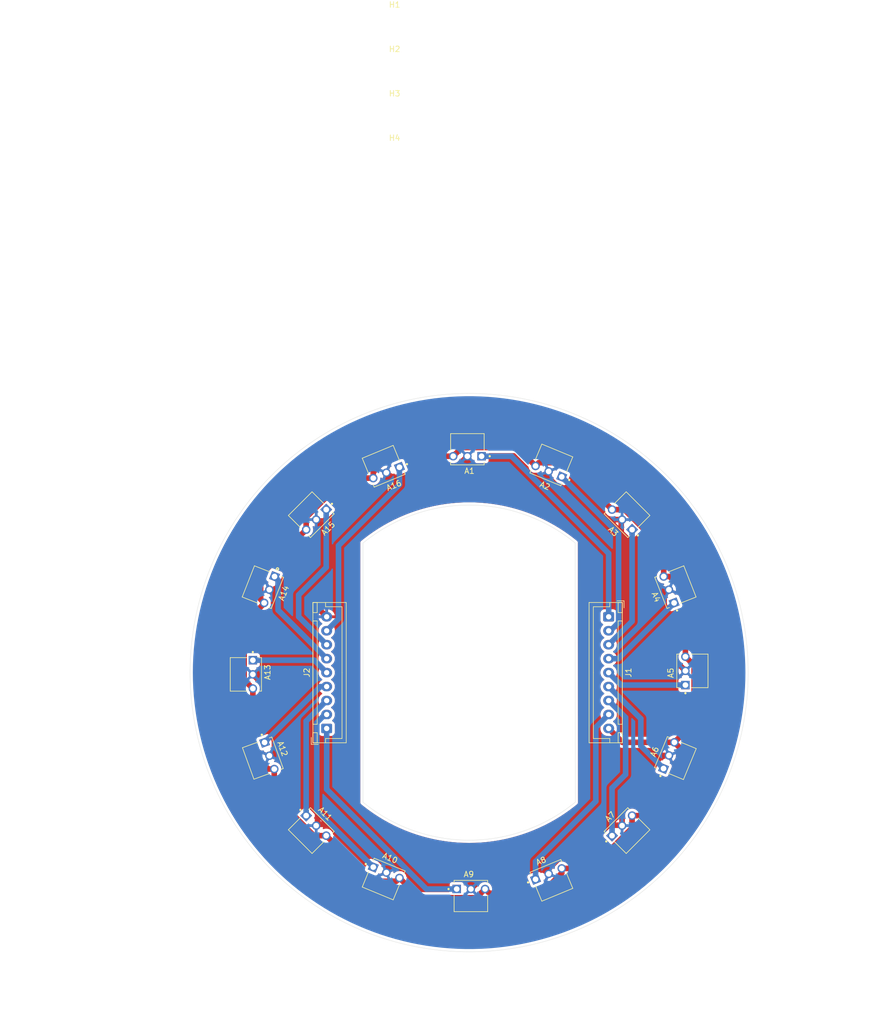
<source format=kicad_pcb>
(kicad_pcb (version 20240108) (generator "pcbnew") (generator_version "8.0")
  (layers (0 "F.Cu" signal) (31 "B.Cu" signal) (34 "B.Paste" user) (35 "F.Paste" user) (36 "B.SilkS" user "B.Silkscreen") (37 "F.SilkS" user "F.Silkscreen") (38 "B.Mask" user) (39 "F.Mask" user) (44 "Edge.Cuts" user))
  (net 0 "")
  (net 1 "Net-(A1-OUT)")
  (net 2 "GND")
  (net 3 "+5V")
  (net 4 "Net-(A2-OUT)")
  (net 5 "Net-(A3-OUT)")
  (net 6 "Net-(A4-OUT)")
  (net 7 "Net-(A5-OUT)")
  (net 8 "Net-(A8-OUT)")
  (net 9 "Net-(A7-OUT)")
  (net 10 "Net-(A6-OUT)")
  (net 11 "Net-(A11-OUT)")
  (net 12 "Net-(A10-OUT)")
  (net 13 "Net-(A12-OUT)")
  (net 14 "Net-(A15-OUT)")
  (net 15 "Net-(A13-OUT)")
  (net 16 "Net-(A9-OUT)")
  (net 17 "Net-(A16-OUT)")
  (net 18 "Net-(A14-OUT)")
  (footprint "BALLSensor:TSSP4038" (layer "F.Cu") (at 195.171017 185.800332 -22.5)
    (property "Reference" "A10" (at -0.374 -2.635 157.5) (layer "F.SilkS"))
    (property "Value" "TSSP4038")
    (fp_line (start -2.999999 4.05) (end -3 1.08) (stroke (width 0.127)) (layer "F.SilkS"))
    (fp_line (start -2.999999 -1.08) (end -3 -1.550001) (stroke (width 0.127)) (layer "F.SilkS"))
    (fp_line (start -3 -1.550001) (end 3 -1.55) (stroke (width 0.127)) (layer "F.SilkS"))
    (fp_line (start 3 4.05) (end -2.999999 4.05) (stroke (width 0.127)) (layer "F.SilkS"))
    (fp_line (start 3 4.05) (end 2.999999 1.08) (stroke (width 0.127)) (layer "F.SilkS"))
    (fp_line (start 3 -1.55) (end 3 -1.08) (stroke (width 0.127)) (layer "F.SilkS"))
    (fp_circle (center -4 0) (end -3.9 0) (stroke (width 0.2)) (fill none) (layer "F.SilkS"))
    (pad "1" thru_hole rect (at -2.54 0 337.5) (size 1.518 1.518) (drill 1.01) (layers "*.Cu" "*.Mask") (net 12 "Net-(A10-OUT)"))
    (pad "2" thru_hole circle (at 0 0 337.5) (size 1.518 1.518) (drill 1.01) (layers "*.Cu" "*.Mask") (net 2 "GND"))
    (pad "3" thru_hole circle (at 2.54 0 337.5) (size 1.518 1.518) (drill 1.01) (layers "*.Cu" "*.Mask") (net 3 "+5V"))
  )
  (footprint "MountingHole:MountingHole_3.2mm_M3" (layer "F.Cu") (at 196.65 58.45)
    (property "Reference" "H4" (at 0 -4.2 0) (layer "F.SilkS"))
    (property "Value" "MountingHole")
    (pad "" np_thru_hole circle (at 0 0) (size 3.2 3.2) (drill 3.2) (layers "*.Cu" "*.Mask"))
  )
  (footprint "BALLSensor:TSSP4038" (layer "F.Cu") (at 182.599613 177.400388 -45)
    (property "Reference" "A11" (at -0.374 -2.634999 135) (layer "F.SilkS"))
    (property "Value" "TSSP4038")
    (fp_line (start -3 4.05) (end -3 1.08) (stroke (width 0.127)) (layer "F.SilkS"))
    (fp_line (start -3 -1.08) (end -3 -1.55) (stroke (width 0.127)) (layer "F.SilkS"))
    (fp_line (start -3 -1.55) (end 3 -1.55) (stroke (width 0.127)) (layer "F.SilkS"))
    (fp_line (start 3 4.05) (end -3 4.05) (stroke (width 0.127)) (layer "F.SilkS"))
    (fp_line (start 3 4.05) (end 3 1.08) (stroke (width 0.127)) (layer "F.SilkS"))
    (fp_line (start 3 -1.55) (end 3 -1.08) (stroke (width 0.127)) (layer "F.SilkS"))
    (fp_circle (center -4 0) (end -3.899999 0) (stroke (width 0.2)) (fill none) (layer "F.SilkS"))
    (pad "1" thru_hole rect (at -2.54 0 315) (size 1.518 1.518) (drill 1.01) (layers "*.Cu" "*.Mask") (net 11 "Net-(A11-OUT)"))
    (pad "2" thru_hole circle (at 0 0 315) (size 1.518 1.518) (drill 1.01) (layers "*.Cu" "*.Mask") (net 2 "GND"))
    (pad "3" thru_hole circle (at 2.54 0 315) (size 1.518 1.518) (drill 1.01) (layers "*.Cu" "*.Mask") (net 3 "+5V"))
  )
  (footprint "BALLSensor:TSSP4038" (layer "F.Cu") (at 195.171017 114.199668 -157.5)
    (property "Reference" "A16" (at -0.374 -2.635 22.5) (layer "F.SilkS"))
    (property "Value" "TSSP4038")
    (fp_line (start 2.999999 4.05) (end 3 1.08) (stroke (width 0.127)) (layer "F.SilkS"))
    (fp_line (start 2.999999 4.05) (end -3 4.05) (stroke (width 0.127)) (layer "F.SilkS"))
    (fp_line (start 3 -1.550001) (end 2.999999 -1.08) (stroke (width 0.127)) (layer "F.SilkS"))
    (fp_line (start -3 4.05) (end -2.999999 1.08) (stroke (width 0.127)) (layer "F.SilkS"))
    (fp_line (start -3 -1.08) (end -3 -1.55) (stroke (width 0.127)) (layer "F.SilkS"))
    (fp_line (start -3 -1.55) (end 3 -1.550001) (stroke (width 0.127)) (layer "F.SilkS"))
    (fp_circle (center -4 0) (end -3.9 0) (stroke (width 0.2)) (fill none) (layer "F.SilkS"))
    (pad "1" thru_hole rect (at -2.54 0 202.5) (size 1.518 1.518) (drill 1.01) (layers "*.Cu" "*.Mask") (net 17 "Net-(A16-OUT)"))
    (pad "2" thru_hole circle (at 0 0 202.5) (size 1.518 1.518) (drill 1.01) (layers "*.Cu" "*.Mask") (net 2 "GND"))
    (pad "3" thru_hole circle (at 2.54 0 202.5) (size 1.518 1.518) (drill 1.01) (layers "*.Cu" "*.Mask") (net 3 "+5V"))
  )
  (footprint "MountingHole:MountingHole_3.2mm_M3" (layer "F.Cu") (at 196.65 42.55)
    (property "Reference" "H2" (at 0 -4.2 0) (layer "F.SilkS"))
    (property "Value" "MountingHole")
    (pad "" np_thru_hole circle (at 0 0) (size 3.2 3.2) (drill 3.2) (layers "*.Cu" "*.Mask"))
  )
  (footprint "BALLSensor:TSSP4038" (layer "F.Cu") (at 237.400388 177.400388 45)
    (property "Reference" "A7" (at -0.374 -2.634999 45) (layer "F.SilkS"))
    (property "Value" "TSSP4038")
    (fp_line (start -3 -1.55) (end 3 -1.55) (stroke (width 0.127)) (layer "F.SilkS"))
    (fp_line (start -3 -1.08) (end -3 -1.55) (stroke (width 0.127)) (layer "F.SilkS"))
    (fp_line (start -3 4.05) (end -3 1.08) (stroke (width 0.127)) (layer "F.SilkS"))
    (fp_line (start 3 -1.55) (end 3 -1.08) (stroke (width 0.127)) (layer "F.SilkS"))
    (fp_line (start 3 4.05) (end -3 4.05) (stroke (width 0.127)) (layer "F.SilkS"))
    (fp_line (start 3 4.05) (end 3 1.08) (stroke (width 0.127)) (layer "F.SilkS"))
    (fp_circle (center -4 0) (end -3.899999 0) (stroke (width 0.2)) (fill none) (layer "F.SilkS"))
    (pad "1" thru_hole rect (at -2.54 0 45) (size 1.518 1.518) (drill 1.01) (layers "*.Cu" "*.Mask") (net 9 "Net-(A7-OUT)"))
    (pad "2" thru_hole circle (at 0 0 45) (size 1.518 1.518) (drill 1.01) (layers "*.Cu" "*.Mask") (net 2 "GND"))
    (pad "3" thru_hole circle (at 2.54 0 45) (size 1.518 1.518) (drill 1.01) (layers "*.Cu" "*.Mask") (net 3 "+5V"))
  )
  (footprint "BALLSensor:TSSP4038" (layer "F.Cu") (at 237.400388 122.599613 135)
    (property "Reference" "A3" (at -0.374 -2.634999 135) (layer "F.SilkS"))
    (property "Value" "TSSP4038")
    (fp_line (start 3 -1.55) (end 3 -1.08) (stroke (width 0.127)) (layer "F.SilkS"))
    (fp_line (start 3 4.05) (end 3 1.08) (stroke (width 0.127)) (layer "F.SilkS"))
    (fp_line (start 3 4.05) (end -3 4.05) (stroke (width 0.127)) (layer "F.SilkS"))
    (fp_line (start -3 -1.55) (end 3 -1.55) (stroke (width 0.127)) (layer "F.SilkS"))
    (fp_line (start -3 -1.08) (end -3 -1.55) (stroke (width 0.127)) (layer "F.SilkS"))
    (fp_line (start -3 4.05) (end -3 1.08) (stroke (width 0.127)) (layer "F.SilkS"))
    (fp_circle (center -4 0) (end -3.899999 0) (stroke (width 0.2)) (fill none) (layer "F.SilkS"))
    (pad "1" thru_hole rect (at -2.54 0 135) (size 1.518 1.518) (drill 1.01) (layers "*.Cu" "*.Mask") (net 5 "Net-(A3-OUT)"))
    (pad "2" thru_hole circle (at 0 0 135) (size 1.518 1.518) (drill 1.01) (layers "*.Cu" "*.Mask") (net 2 "GND"))
    (pad "3" thru_hole circle (at 2.54 0 135) (size 1.518 1.518) (drill 1.01) (layers "*.Cu" "*.Mask") (net 3 "+5V"))
  )
  (footprint "BALLSensor:TSSP4038" (layer "F.Cu") (at 174.219435 164.879812 -70)
    (property "Reference" "A12" (at -0.374 -2.635 110) (layer "F.SilkS"))
    (property "Value" "TSSP4038")
    (fp_line (start -3 4.050001) (end -3 1.08) (stroke (width 0.127)) (layer "F.SilkS"))
    (fp_line (start 2.999999 4.05) (end -3 4.050001) (stroke (width 0.127)) (layer "F.SilkS"))
    (fp_line (start 2.999999 4.05) (end 3 1.080001) (stroke (width 0.127)) (layer "F.SilkS"))
    (fp_line (start -3 -1.080001) (end -3 -1.55) (stroke (width 0.127)) (layer "F.SilkS"))
    (fp_line (start -3 -1.55) (end 3 -1.55) (stroke (width 0.127)) (layer "F.SilkS"))
    (fp_line (start 3 -1.55) (end 3 -1.08) (stroke (width 0.127)) (layer "F.SilkS"))
    (fp_circle (center -4 0.000002) (end -3.9 0) (stroke (width 0.2)) (fill none) (layer "F.SilkS"))
    (pad "1" thru_hole rect (at -2.54 0 290) (size 1.518 1.518) (drill 1.01) (layers "*.Cu" "*.Mask") (net 13 "Net-(A12-OUT)"))
    (pad "2" thru_hole circle (at 0 0 290) (size 1.518 1.518) (drill 1.01) (layers "*.Cu" "*.Mask") (net 2 "GND"))
    (pad "3" thru_hole circle (at 2.54 0 290) (size 1.518 1.518) (drill 1.01) (layers "*.Cu" "*.Mask") (net 3 "+5V"))
  )
  (footprint "BALLSensor:TSSP4038" (layer "F.Cu") (at 210.313 188.75)
    (property "Reference" "A9" (at -0.374 -2.635 0) (layer "F.SilkS"))
    (property "Value" "TSSP4038")
    (fp_line (start -3 -1.55) (end 3 -1.55) (stroke (width 0.127)) (layer "F.SilkS"))
    (fp_line (start -3 -1.08) (end -3 -1.55) (stroke (width 0.127)) (layer "F.SilkS"))
    (fp_line (start -3 4.05) (end -3 1.08) (stroke (width 0.127)) (layer "F.SilkS"))
    (fp_line (start 3 -1.55) (end 3 -1.08) (stroke (width 0.127)) (layer "F.SilkS"))
    (fp_line (start 3 4.05) (end -3 4.05) (stroke (width 0.127)) (layer "F.SilkS"))
    (fp_line (start 3 4.05) (end 3 1.08) (stroke (width 0.127)) (layer "F.SilkS"))
    (fp_circle (center -4 0) (end -3.9 0) (stroke (width 0.2)) (fill none) (layer "F.SilkS"))
    (pad "1" thru_hole rect (at -2.54 0) (size 1.518 1.518) (drill 1.01) (layers "*.Cu" "*.Mask") (net 16 "Net-(A9-OUT)"))
    (pad "2" thru_hole circle (at 0 0) (size 1.518 1.518) (drill 1.01) (layers "*.Cu" "*.Mask") (net 2 "GND"))
    (pad "3" thru_hole circle (at 2.54 0) (size 1.518 1.518) (drill 1.01) (layers "*.Cu" "*.Mask") (net 3 "+5V"))
  )
  (footprint "BALLSensor:TSSP4038" (layer "F.Cu") (at 245.79216 135.15079 111.5)
    (property "Reference" "A4" (at -0.374 -2.635 111.5) (layer "F.SilkS"))
    (property "Value" "TSSP4038")
    (fp_line (start 3 -1.55) (end 2.999998 -1.08) (stroke (width 0.127)) (layer "F.SilkS"))
    (fp_line (start -3 -1.550001) (end 3 -1.55) (stroke (width 0.127)) (layer "F.SilkS"))
    (fp_line (start -3 -1.080001) (end -3 -1.550001) (stroke (width 0.127)) (layer "F.SilkS"))
    (fp_line (start 2.999999 4.05) (end 3 1.080001) (stroke (width 0.127)) (layer "F.SilkS"))
    (fp_line (start 2.999999 4.05) (end -3 4.049999) (stroke (width 0.127)) (layer "F.SilkS"))
    (fp_line (start -3 4.049999) (end -2.999998 1.08) (stroke (width 0.127)) (layer "F.SilkS"))
    (fp_circle (center -4 0) (end -3.9 -0.000001) (stroke (width 0.2)) (fill none) (layer "F.SilkS"))
    (pad "1" thru_hole rect (at -2.54 0 111.5) (size 1.518 1.518) (drill 1.01) (layers "*.Cu" "*.Mask") (net 6 "Net-(A4-OUT)"))
    (pad "2" thru_hole circle (at 0 0 111.5) (size 1.518 1.518) (drill 1.01) (layers "*.Cu" "*.Mask") (net 2 "GND"))
    (pad "3" thru_hole circle (at 2.54 0 111.5) (size 1.518 1.518) (drill 1.01) (layers "*.Cu" "*.Mask") (net 3 "+5V"))
  )
  (footprint "MountingHole:MountingHole_3.2mm_M3" (layer "F.Cu") (at 196.65 50.5)
    (property "Reference" "H3" (at 0 -4.2 0) (layer "F.SilkS"))
    (property "Value" "MountingHole")
    (pad "" np_thru_hole circle (at 0 0) (size 3.2 3.2) (drill 3.2) (layers "*.Cu" "*.Mask"))
  )
  (footprint "BALLSensor:TSSP4038" (layer "F.Cu") (at 209.687 111.25 180)
    (property "Reference" "A1" (at -0.374 -2.635 0) (layer "F.SilkS"))
    (property "Value" "TSSP4038")
    (fp_line (start 3 4.05) (end 3 1.08) (stroke (width 0.127)) (layer "F.SilkS"))
    (fp_line (start 3 4.05) (end -3 4.05) (stroke (width 0.127)) (layer "F.SilkS"))
    (fp_line (start 3 -1.55) (end 3 -1.08) (stroke (width 0.127)) (layer "F.SilkS"))
    (fp_line (start -3 4.05) (end -3 1.08) (stroke (width 0.127)) (layer "F.SilkS"))
    (fp_line (start -3 -1.08) (end -3 -1.55) (stroke (width 0.127)) (layer "F.SilkS"))
    (fp_line (start -3 -1.55) (end 3 -1.55) (stroke (width 0.127)) (layer "F.SilkS"))
    (fp_circle (center -4 0) (end -3.9 0) (stroke (width 0.2)) (fill none) (layer "F.SilkS"))
    (pad "1" thru_hole rect (at -2.54 0 180) (size 1.518 1.518) (drill 1.01) (layers "*.Cu" "*.Mask") (net 1 "Net-(A1-OUT)"))
    (pad "2" thru_hole circle (at 0 0 180) (size 1.518 1.518) (drill 1.01) (layers "*.Cu" "*.Mask") (net 2 "GND"))
    (pad "3" thru_hole circle (at 2.54 0 180) (size 1.518 1.518) (drill 1.01) (layers "*.Cu" "*.Mask") (net 3 "+5V"))
  )
  (footprint "Connector_JST:JST_XH_B9B-XH-A_1x09_P2.50mm_Vertical" (layer "F.Cu") (at 235 140 -90)
    (property "Reference" "J1" (at 10 -3.55 90) (layer "F.SilkS"))
    (property "Value" "Conn_01x09_Socket")
    (fp_line (start -2.56 3.51) (end 22.56 3.51) (stroke (width 0.12)) (layer "F.SilkS"))
    (fp_line (start 22.56 3.51) (end 22.56 -2.46) (stroke (width 0.12)) (layer "F.SilkS"))
    (fp_line (start -1.8 2.75) (end 10 2.75) (stroke (width 0.12)) (layer "F.SilkS"))
    (fp_line (start 21.8 2.75) (end 10 2.75) (stroke (width 0.12)) (layer "F.SilkS"))
    (fp_line (start -2.55 -0.2) (end -1.8 -0.2) (stroke (width 0.12)) (layer "F.SilkS"))
    (fp_line (start -1.8 -0.2) (end -1.8 2.75) (stroke (width 0.12)) (layer "F.SilkS"))
    (fp_line (start 21.8 -0.2) (end 21.8 2.75) (stroke (width 0.12)) (layer "F.SilkS"))
    (fp_line (start 22.55 -0.2) (end 21.8 -0.2) (stroke (width 0.12)) (layer "F.SilkS"))
    (fp_line (start -2.55 -1.7) (end -0.75 -1.7) (stroke (width 0.12)) (layer "F.SilkS"))
    (fp_line (start -0.75 -1.7) (end -0.75 -2.45) (stroke (width 0.12)) (layer "F.SilkS"))
    (fp_line (start 0.75 -1.7) (end 19.25 -1.7) (stroke (width 0.12)) (layer "F.SilkS"))
    (fp_line (start 19.25 -1.7) (end 19.25 -2.45) (stroke (width 0.12)) (layer "F.SilkS"))
    (fp_line (start 20.75 -1.7) (end 22.55 -1.7) (stroke (width 0.12)) (layer "F.SilkS"))
    (fp_line (start 22.55 -1.7) (end 22.55 -2.45) (stroke (width 0.12)) (layer "F.SilkS"))
    (fp_line (start -2.55 -2.45) (end -2.55 -1.7) (stroke (width 0.12)) (layer "F.SilkS"))
    (fp_line (start -0.75 -2.45) (end -2.55 -2.45) (stroke (width 0.12)) (layer "F.SilkS"))
    (fp_line (start 0.75 -2.45) (end 0.75 -1.7) (stroke (width 0.12)) (layer "F.SilkS"))
    (fp_line (start 19.25 -2.45) (end 0.75 -2.45) (stroke (width 0.12)) (layer "F.SilkS"))
    (fp_line (start 20.75 -2.45) (end 20.75 -1.7) (stroke (width 0.12)) (layer "F.SilkS"))
    (fp_line (start 22.55 -2.45) (end 20.75 -2.45) (stroke (width 0.12)) (layer "F.SilkS"))
    (fp_line (start -2.56 -2.46) (end -2.56 3.51) (stroke (width 0.12)) (layer "F.SilkS"))
    (fp_line (start 22.56 -2.46) (end -2.56 -2.46) (stroke (width 0.12)) (layer "F.SilkS"))
    (fp_line (start -2.85 -2.75) (end -2.85 -1.5) (stroke (width 0.12)) (layer "F.SilkS"))
    (fp_line (start -1.6 -2.75) (end -2.85 -2.75) (stroke (width 0.12)) (layer "F.SilkS"))
    (pad "1" thru_hole roundrect (at 0 0 270) (size 1.7 1.95) (drill 0.95) (layers "*.Cu" "*.Mask") (roundrect_rratio 0.147059) (net 1 "Net-(A1-OUT)"))
    (pad "2" thru_hole oval (at 2.5 0 270) (size 1.7 1.95) (drill 0.95) (layers "*.Cu" "*.Mask") (net 4 "Net-(A2-OUT)"))
    (pad "3" thru_hole oval (at 5 0 270) (size 1.7 1.95) (drill 0.95) (layers "*.Cu" "*.Mask") (net 5 "Net-(A3-OUT)"))
    (pad "4" thru_hole oval (at 7.5 0 270) (size 1.7 1.95) (drill 0.95) (layers "*.Cu" "*.Mask") (net 6 "Net-(A4-OUT)"))
    (pad "5" thru_hole oval (at 10 0 270) (size 1.7 1.95) (drill 0.95) (layers "*.Cu" "*.Mask") (net 7 "Net-(A5-OUT)"))
    (pad "6" thru_hole oval (at 12.5 0 270) (size 1.7 1.95) (drill 0.95) (layers "*.Cu" "*.Mask") (net 10 "Net-(A6-OUT)"))
    (pad "7" thru_hole oval (at 15 0 270) (size 1.7 1.95) (drill 0.95) (layers "*.Cu" "*.Mask") (net 9 "Net-(A7-OUT)"))
    (pad "8" thru_hole oval (at 17.5 0 270) (size 1.7 1.95) (drill 0.95) (layers "*.Cu" "*.Mask") (net 8 "Net-(A8-OUT)"))
    (pad "9" thru_hole oval (at 20 0 270) (size 1.7 1.95) (drill 0.95) (layers "*.Cu" "*.Mask") (net 3 "+5V"))
  )
  (footprint "BALLSensor:TSSP4038" (layer "F.Cu") (at 182.599613 122.599613 -135)
    (property "Reference" "A15" (at -0.374 -2.634999 45) (layer "F.SilkS"))
    (property "Value" "TSSP4038")
    (fp_line (start 3 4.05) (end 3 1.08) (stroke (width 0.127)) (layer "F.SilkS"))
    (fp_line (start 3 4.05) (end -3 4.05) (stroke (width 0.127)) (layer "F.SilkS"))
    (fp_line (start 3 -1.55) (end 3 -1.08) (stroke (width 0.127)) (layer "F.SilkS"))
    (fp_line (start -3 4.05) (end -3 1.08) (stroke (width 0.127)) (layer "F.SilkS"))
    (fp_line (start -3 -1.08) (end -3 -1.55) (stroke (width 0.127)) (layer "F.SilkS"))
    (fp_line (start -3 -1.55) (end 3 -1.55) (stroke (width 0.127)) (layer "F.SilkS"))
    (fp_circle (center -4 0) (end -3.899999 0) (stroke (width 0.2)) (fill none) (layer "F.SilkS"))
    (pad "1" thru_hole rect (at -2.54 0 225) (size 1.518 1.518) (drill 1.01) (layers "*.Cu" "*.Mask") (net 14 "Net-(A15-OUT)"))
    (pad "2" thru_hole circle (at 0 0 225) (size 1.518 1.518) (drill 1.01) (layers "*.Cu" "*.Mask") (net 2 "GND"))
    (pad "3" thru_hole circle (at 2.54 0 225) (size 1.518 1.518) (drill 1.01) (layers "*.Cu" "*.Mask") (net 3 "+5V"))
  )
  (footprint "BALLSensor:TSSP4038" (layer "F.Cu") (at 224.246628 113.96379 157.5)
    (property "Reference" "A2" (at -0.374 -2.635 157.5) (layer "F.SilkS"))
    (property "Value" "TSSP4038")
    (fp_line (start 3 -1.55) (end 3 -1.08) (stroke (width 0.127)) (layer "F.SilkS"))
    (fp_line (start 3 4.05) (end 2.999999 1.08) (stroke (width 0.127)) (layer "F.SilkS"))
    (fp_line (start 3 4.05) (end -2.999999 4.05) (stroke (width 0.127)) (layer "F.SilkS"))
    (fp_line (start -3 -1.550001) (end 3 -1.55) (stroke (width 0.127)) (layer "F.SilkS"))
    (fp_line (start -2.999999 -1.08) (end -3 -1.550001) (stroke (width 0.127)) (layer "F.SilkS"))
    (fp_line (start -2.999999 4.05) (end -3 1.08) (stroke (width 0.127)) (layer "F.SilkS"))
    (fp_circle (center -4 0) (end -3.9 0) (stroke (width 0.2)) (fill none) (layer "F.SilkS"))
    (pad "1" thru_hole rect (at -2.54 0 157.5) (size 1.518 1.518) (drill 1.01) (layers "*.Cu" "*.Mask") (net 4 "Net-(A2-OUT)"))
    (pad "2" thru_hole circle (at 0 0 157.5) (size 1.518 1.518) (drill 1.01) (layers "*.Cu" "*.Mask") (net 2 "GND"))
    (pad "3" thru_hole circle (at 2.54 0 157.5) (size 1.518 1.518) (drill 1.01) (layers "*.Cu" "*.Mask") (net 3 "+5V"))
  )
  (footprint "Connector_JST:JST_XH_B9B-XH-A_1x09_P2.50mm_Vertical" (layer "F.Cu") (at 184.475 160 90)
    (property "Reference" "J2" (at 10 -3.55 90) (layer "F.SilkS"))
    (property "Value" "Conn_01x09_Socket")
    (fp_line (start -1.6 -2.75) (end -2.85 -2.75) (stroke (width 0.12)) (layer "F.SilkS"))
    (fp_line (start -2.85 -2.75) (end -2.85 -1.5) (stroke (width 0.12)) (layer "F.SilkS"))
    (fp_line (start 22.56 -2.46) (end -2.56 -2.46) (stroke (width 0.12)) (layer "F.SilkS"))
    (fp_line (start -2.56 -2.46) (end -2.56 3.51) (stroke (width 0.12)) (layer "F.SilkS"))
    (fp_line (start 22.55 -2.45) (end 20.75 -2.45) (stroke (width 0.12)) (layer "F.SilkS"))
    (fp_line (start 20.75 -2.45) (end 20.75 -1.7) (stroke (width 0.12)) (layer "F.SilkS"))
    (fp_line (start 19.25 -2.45) (end 0.75 -2.45) (stroke (width 0.12)) (layer "F.SilkS"))
    (fp_line (start 0.75 -2.45) (end 0.75 -1.7) (stroke (width 0.12)) (layer "F.SilkS"))
    (fp_line (start -0.75 -2.45) (end -2.55 -2.45) (stroke (width 0.12)) (layer "F.SilkS"))
    (fp_line (start -2.55 -2.45) (end -2.55 -1.7) (stroke (width 0.12)) (layer "F.SilkS"))
    (fp_line (start 22.55 -1.7) (end 22.55 -2.45) (stroke (width 0.12)) (layer "F.SilkS"))
    (fp_line (start 20.75 -1.7) (end 22.55 -1.7) (stroke (width 0.12)) (layer "F.SilkS"))
    (fp_line (start 19.25 -1.7) (end 19.25 -2.45) (stroke (width 0.12)) (layer "F.SilkS"))
    (fp_line (start 0.75 -1.7) (end 19.25 -1.7) (stroke (width 0.12)) (layer "F.SilkS"))
    (fp_line (start -0.75 -1.7) (end -0.75 -2.45) (stroke (width 0.12)) (layer "F.SilkS"))
    (fp_line (start -2.55 -1.7) (end -0.75 -1.7) (stroke (width 0.12)) (layer "F.SilkS"))
    (fp_line (start 22.55 -0.2) (end 21.8 -0.2) (stroke (width 0.12)) (layer "F.SilkS"))
    (fp_line (start 21.8 -0.2) (end 21.8 2.75) (stroke (width 0.12)) (layer "F.SilkS"))
    (fp_line (start -1.8 -0.2) (end -1.8 2.75) (stroke (width 0.12)) (layer "F.SilkS"))
    (fp_line (start -2.55 -0.2) (end -1.8 -0.2) (stroke (width 0.12)) (layer "F.SilkS"))
    (fp_line (start 21.8 2.75) (end 10 2.75) (stroke (width 0.12)) (layer "F.SilkS"))
    (fp_line (start -1.8 2.75) (end 10 2.75) (stroke (width 0.12)) (layer "F.SilkS"))
    (fp_line (start 22.56 3.51) (end 22.56 -2.46) (stroke (width 0.12)) (layer "F.SilkS"))
    (fp_line (start -2.56 3.51) (end 22.56 3.51) (stroke (width 0.12)) (layer "F.SilkS"))
    (pad "1" thru_hole roundrect (at 0 0 90) (size 1.7 1.95) (drill 0.95) (layers "*.Cu" "*.Mask") (roundrect_rratio 0.147059) (net 16 "Net-(A9-OUT)"))
    (pad "2" thru_hole oval (at 2.5 0 90) (size 1.7 1.95) (drill 0.95) (layers "*.Cu" "*.Mask") (net 12 "Net-(A10-OUT)"))
    (pad "3" thru_hole oval (at 5 0 90) (size 1.7 1.95) (drill 0.95) (layers "*.Cu" "*.Mask") (net 11 "Net-(A11-OUT)"))
    (pad "4" thru_hole oval (at 7.5 0 90) (size 1.7 1.95) (drill 0.95) (layers "*.Cu" "*.Mask") (net 13 "Net-(A12-OUT)"))
    (pad "5" thru_hole oval (at 10 0 90) (size 1.7 1.95) (drill 0.95) (layers "*.Cu" "*.Mask") (net 15 "Net-(A13-OUT)"))
    (pad "6" thru_hole oval (at 12.5 0 90) (size 1.7 1.95) (drill 0.95) (layers "*.Cu" "*.Mask") (net 18 "Net-(A14-OUT)"))
    (pad "7" thru_hole oval (at 15 0 90) (size 1.7 1.95) (drill 0.95) (layers "*.Cu" "*.Mask") (net 14 "Net-(A15-OUT)"))
    (pad "8" thru_hole oval (at 17.5 0 90) (size 1.7 1.95) (drill 0.95) (layers "*.Cu" "*.Mask") (net 17 "Net-(A16-OUT)"))
    (pad "9" thru_hole oval (at 20 0 90) (size 1.7 1.95) (drill 0.95) (layers "*.Cu" "*.Mask") (net 2 "GND"))
  )
  (footprint "MountingHole:MountingHole_3.2mm_M3" (layer "F.Cu") (at 196.65 34.6)
    (property "Reference" "H1" (at 0 -4.2 0) (layer "F.SilkS"))
    (property "Value" "MountingHole")
    (pad "" np_thru_hole circle (at 0 0) (size 3.2 3.2) (drill 3.2) (layers "*.Cu" "*.Mask"))
  )
  (footprint "BALLSensor:TSSP4038" (layer "F.Cu") (at 224.246628 186.03621 22.5)
    (property "Reference" "A8" (at -0.374 -2.635 22.5) (layer "F.SilkS"))
    (property "Value" "TSSP4038")
    (fp_line (start -3 -1.55) (end 3 -1.550001) (stroke (width 0.127)) (layer "F.SilkS"))
    (fp_line (start -2.999999 -1.08) (end -3 -1.55) (stroke (width 0.127)) (layer "F.SilkS"))
    (fp_line (start -2.999999 4.05) (end -3 1.080001) (stroke (width 0.127)) (layer "F.SilkS"))
    (fp_line (start 3 -1.550001) (end 3 -1.080001) (stroke (width 0.127)) (layer "F.SilkS"))
    (fp_line (start 3 4.049999) (end -2.999999 4.05) (stroke (width 0.127)) (layer "F.SilkS"))
    (fp_line (start 3 4.049999) (end 2.999999 1.08) (stroke (width 0.127)) (layer "F.SilkS"))
    (fp_circle (center -4.000001 -0.000001) (end -3.9 0.000001) (stroke (width 0.2)) (fill none) (layer "F.SilkS"))
    (pad "1" thru_hole rect (at -2.54 0 22.5) (size 1.518 1.518) (drill 1.01) (layers "*.Cu" "*.Mask") (net 8 "Net-(A8-OUT)"))
    (pad "2" thru_hole circle (at 0 0 22.5) (size 1.518 1.518) (drill 1.01) (layers "*.Cu" "*.Mask") (net 2 "GND"))
    (pad "3" thru_hole circle (at 2.54 0 22.5) (size 1.518 1.518) (drill 1.01) (layers "*.Cu" "*.Mask") (net 3 "+5V"))
  )
  (footprint "BALLSensor:TSSP4038" (layer "F.Cu") (at 171.25 150.313 -90)
    (property "Reference" "A13" (at -0.374 -2.635 90) (layer "F.SilkS"))
    (property "Value" "TSSP4038")
    (fp_line (start -3 4.050001) (end -3 1.080001) (stroke (width 0.127)) (layer "F.SilkS"))
    (fp_line (start 3.000001 4.049999) (end -3 4.050001) (stroke (width 0.127)) (layer "F.SilkS"))
    (fp_line (start 3.000001 4.049999) (end 3 1.079999) (stroke (width 0.127)) (layer "F.SilkS"))
    (fp_line (start -3 -1.079999) (end -2.999999 -1.55) (stroke (width 0.127)) (layer "F.SilkS"))
    (fp_line (start 3.000001 -1.549999) (end 3 -1.080001) (stroke (width 0.127)) (layer "F.SilkS"))
    (fp_line (start -2.999999 -1.55) (end 3.000001 -1.549999) (stroke (width 0.127)) (layer "F.SilkS"))
    (fp_circle (center -4 0) (end -3.9 -0.000001) (stroke (width 0.2)) (fill none) (layer "F.SilkS"))
    (pad "1" thru_hole rect (at -2.54 0.000001 270) (size 1.518 1.518) (drill 1.01) (layers "*.Cu" "*.Mask") (net 15 "Net-(A13-OUT)"))
    (pad "2" thru_hole circle (at 0 0 270) (size 1.518 1.518) (drill 1.01) (layers "*.Cu" "*.Mask") (net 2 "GND"))
    (pad "3" thru_hole circle (at 2.54 -0.000001 270) (size 1.518 1.518) (drill 1.01) (layers "*.Cu" "*.Mask") (net 3 "+5V"))
  )
  (footprint "BALLSensor:TSSP4038" (layer "F.Cu") (at 245.800332 164.828983 67.5)
    (property "Reference" "A6" (at -0.374 -2.635 67.5) (layer "F.SilkS"))
    (property "Value" "TSSP4038")
    (fp_line (start -3 -1.550001) (end 3 -1.55) (stroke (width 0.127)) (layer "F.SilkS"))
    (fp_line (start -3 -1.080001) (end -3 -1.550001) (stroke (width 0.127)) (layer "F.SilkS"))
    (fp_line (start 3 -1.55) (end 2.999999 -1.08) (stroke (width 0.127)) (layer "F.SilkS"))
    (fp_line (start -3 4.049999) (end -2.999999 1.08) (stroke (width 0.127)) (layer "F.SilkS"))
    (fp_line (start 2.999999 4.05) (end 3 1.080001) (stroke (width 0.127)) (layer "F.SilkS"))
    (fp_line (start 2.999999 4.05) (end -3 4.049999) (stroke (width 0.127)) (layer "F.SilkS"))
    (fp_circle (center -4.000001 0.000001) (end -3.9 -0.000001) (stroke (width 0.2)) (fill none) (layer "F.SilkS"))
    (pad "1" thru_hole rect (at -2.54 0 67.5) (size 1.518 1.518) (drill 1.01) (layers "*.Cu" "*.Mask") (net 10 "Net-(A6-OUT)"))
    (pad "2" thru_hole circle (at 0 0 67.5) (size 1.518 1.518) (drill 1.01) (layers "*.Cu" "*.Mask") (net 2 "GND"))
    (pad "3" thru_hole circle (at 2.54 0 67.5) (size 1.518 1.518) (drill 1.01) (layers "*.Cu" "*.Mask") (net 3 "+5V"))
  )
  (footprint "BALLSensor:TSSP4038" (layer "F.Cu") (at 248.75 149.687 90)
    (property "Reference" "A5" (at -0.374 -2.635 90) (layer "F.SilkS"))
    (property "Value" "TSSP4038")
    (fp_line (start 3 -1.55) (end 3 -1.08) (stroke (width 0.127)) (layer "F.SilkS"))
    (fp_line (start -3 -1.55) (end 3 -1.55) (stroke (width 0.127)) (layer "F.SilkS"))
    (fp_line (start -3 -1.08) (end -3 -1.55) (stroke (width 0.127)) (layer "F.SilkS"))
    (fp_line (start 3 4.05) (end 3 1.08) (stroke (width 0.127)) (layer "F.SilkS"))
    (fp_line (start 3 4.05) (end -3 4.05) (stroke (width 0.127)) (layer "F.SilkS"))
    (fp_line (start -3 4.05) (end -3 1.08) (stroke (width 0.127)) (layer "F.SilkS"))
    (fp_circle (center -4 0) (end -3.9 0) (stroke (width 0.2)) (fill none) (layer "F.SilkS"))
    (pad "1" thru_hole rect (at -2.54 0 90) (size 1.518 1.518) (drill 1.01) (layers "*.Cu" "*.Mask") (net 7 "Net-(A5-OUT)"))
    (pad "2" thru_hole circle (at 0 0 90) (size 1.518 1.518) (drill 1.01) (layers "*.Cu" "*.Mask") (net 2 "GND"))
    (pad "3" thru_hole circle (at 2.54 0 90) (size 1.518 1.518) (drill 1.01) (layers "*.Cu" "*.Mask") (net 3 "+5V"))
  )
  (footprint "BALLSensor:TSSP4038" (layer "F.Cu") (at 174.207841 135.15079 -111.5)
    (property "Reference" "A14" (at -0.374 -2.635 68.5) (layer "F.SilkS"))
    (property "Value" "TSSP4038")
    (fp_line (start 3 4.05) (end -3 4.05) (stroke (width 0.127)) (layer "F.SilkS"))
    (fp_line (start 3 4.05) (end 3 1.08) (stroke (width 0.127)) (layer "F.SilkS"))
    (fp_line (start -3 4.05) (end -3 1.08) (stroke (width 0.127)) (layer "F.SilkS"))
    (fp_line (start 3 -1.550001) (end 3 -1.08) (stroke (width 0.127)) (layer "F.SilkS"))
    (fp_line (start -3 -1.08) (end -3 -1.55) (stroke (width 0.127)) (layer "F.SilkS"))
    (fp_line (start -3 -1.55) (end 3 -1.550001) (stroke (width 0.127)) (layer "F.SilkS"))
    (fp_circle (center -4 0) (end -3.900001 0) (stroke (width 0.2)) (fill none) (layer "F.SilkS"))
    (pad "1" thru_hole rect (at -2.54 0 248.5) (size 1.518 1.518) (drill 1.01) (layers "*.Cu" "*.Mask") (net 18 "Net-(A14-OUT)"))
    (pad "2" thru_hole circle (at 0 0 248.5) (size 1.518 1.518) (drill 1.01) (layers "*.Cu" "*.Mask") (net 2 "GND"))
    (pad "3" thru_hole circle (at 2.54 0 248.5) (size 1.518 1.518) (drill 1.01) (layers "*.Cu" "*.Mask") (net 3 "+5V"))
  )
  (gr_line (start 191 126.79) (end 191 173.21) (stroke (width 0.05)) (layer "Edge.Cuts"))
  (gr_arc (start 190.999109 126.788912) (mid 209.992964 120.003527) (end 228.989999 126.780001) (stroke (width 0.05)) (layer "Edge.Cuts"))
  (gr_arc (start 229.005985 173.205098) (mid 210.003868 179.995067) (end 191.000001 173.209999) (stroke (width 0.05)) (layer "Edge.Cuts"))
  (gr_line (start 229.01 173.21) (end 228.99 126.78) (stroke (width 0.05)) (layer "Edge.Cuts"))
  (gr_circle (center 210 150) (end 260 150) (stroke (width 0.05)) (fill none) (layer "Edge.Cuts"))
  (segment (start 235 128.66) (end 235 140) (width 1) (layer "B.Cu") (net 1))
  (segment (start 212.227 111.25) (end 217.59 111.25) (width 1) (layer "B.Cu") (net 1))
  (segment (start 217.59 111.25) (end 235 128.66) (width 1) (layer "B.Cu") (net 1))
  (segment (start 195.171017 184.64115) (end 195.171017 185.800332) (width 1) (layer "F.Cu") (net 2))
  (segment (start 195.171017 115.273056) (end 187.08546 123.358613) (width 1) (layer "F.Cu") (net 2))
  (segment (start 223.426963 185.216545) (end 224.246628 186.03621) (width 1) (layer "F.Cu") (net 2))
  (segment (start 213.846455 185.216545) (end 223.426963 185.216545) (width 1) (layer "F.Cu") (net 2))
  (segment (start 209.687 111.25) (end 205.917667 115.019333) (width 1) (layer "F.Cu") (net 2))
  (segment (start 182.599613 122.599613) (end 182.99 122.99) (width 1) (layer "F.Cu") (net 2))
  (segment (start 195.990682 115.019333) (end 195.171017 114.199668) (width 1) (layer "F.Cu") (net 2))
  (segment (start 224.246628 115.122972) (end 224.246628 113.96379) (width 1) (layer "F.Cu") (net 2))
  (segment (start 174.207841 135.15079) (end 179.62579 135.15079) (width 1) (layer "F.Cu") (net 2))
  (segment (start 248.75 149.687) (end 244.938712 145.875712) (width 1) (layer "F.Cu") (net 2))
  (segment (start 210.313 188.75) (end 213.846455 185.216545) (width 1) (layer "F.Cu") (net 2))
  (segment (start 175.123524 154.186524) (end 175.123524 163.975723) (width 1) (layer "F.Cu") (net 2))
  (segment (start 187.08546 123.358613) (end 183.358613 123.358613) (width 1) (layer "F.Cu") (net 2))
  (segment (start 244.64115 164.828983) (end 245.800332 164.828983) (width 1) (layer "F.Cu") (net 2))
  (segment (start 244.938712 136.004238) (end 245.79216 135.15079) (width 1) (layer "F.Cu") (net 2))
  (segment (start 182.599613 177.400388) (end 182.87 177.130001) (width 1) (layer "F.Cu") (net 2))
  (segment (start 172.323388 150.313) (end 171.25 150.313) (width 1) (layer "F.Cu") (net 2))
  (segment (start 195.171017 185.800332) (end 195.930017 185.041332) (width 1) (layer "F.Cu") (net 2))
  (segment (start 182.87 172.456989) (end 182.87 177.130001) (width 1) (layer "F.Cu") (net 2))
  (segment (start 187.659868 177.130001) (end 195.171017 184.64115) (width 1) (layer "F.Cu") (net 2))
  (segment (start 174.219435 164.879812) (end 175.292823 164.879812) (width 1) (layer "F.Cu") (net 2))
  (segment (start 245.79216 135.15079) (end 244.718772 135.15079) (width 1) (layer "F.Cu") (net 2))
  (segment (start 175.319239 135.15079) (end 174.207841 135.15079) (width 1) (layer "F.Cu") (net 2))
  (segment (start 174.966841 147.669547) (end 172.323388 150.313) (width 1) (layer "F.Cu") (net 2))
  (segment (start 224.246628 185.133372) (end 232.056949 177.323051) (width 1) (layer "F.Cu") (net 2))
  (segment (start 210.313 187.676612) (end 210.313 188.75) (width 1) (layer "F.Cu") (net 2))
  (segment (start 237.323051 177.323051) (end 237.400388 177.400388) (width 1) (layer "F.Cu") (net 2))
  (segment (start 195.930017 185.041332) (end 207.67772 185.041332) (width 1) (layer "F.Cu") (net 2))
  (segment (start 231.723269 122.599613) (end 224.246628 115.122972) (width 1) (layer "F.Cu") (net 2))
  (segment (start 232.056949 177.323051) (end 237.323051 177.323051) (width 1) (layer "F.Cu") (net 2))
  (segment (start 175.123524 163.975723) (end 174.219435 164.879812) (width 1) (layer "F.Cu") (net 2))
  (segment (start 179.62579 135.15079) (end 184.475 140) (width 1) (layer "F.Cu") (net 2))
  (segment (start 182.87 177.130001) (end 187.659868 177.130001) (width 1) (layer "F.Cu") (net 2))
  (segment (start 244.938712 145.875712) (end 244.938712 136.004238) (width 1) (layer "F.Cu") (net 2))
  (segment (start 207.67772 185.041332) (end 210.313 187.676612) (width 1) (layer "F.Cu") (net 2))
  (segment (start 224.246628 113.96379) (end 223.487628 114.72279) (width 1) (layer "F.Cu") (net 2))
  (segment (start 209.687 112.287) (end 209.687 111.25) (width 1) (layer "F.Cu") (net 2))
  (segment (start 244.718772 135.15079) (end 237.25 127.682018) (width 1) (layer "F.Cu") (net 2))
  (segment (start 212.12279 114.72279) (end 209.687 112.287) (width 1) (layer "F.Cu") (net 2))
  (segment (start 195.171017 114.199668) (end 195.171017 115.273056) (width 1) (layer "F.Cu") (net 2))
  (segment (start 223.487628 114.72279) (end 212.12279 114.72279) (width 1) (layer "F.Cu") (net 2))
  (segment (start 237.400388 177.400388) (end 237.400388 172.069745) (width 1) (layer "F.Cu") (net 2))
  (segment (start 237.400388 122.599613) (end 231.723269 122.599613) (width 1) (layer "F.Cu") (net 2))
  (segment (start 237.400388 172.069745) (end 244.64115 164.828983) (width 1) (layer "F.Cu") (net 2))
  (segment (start 205.917667 115.019333) (end 195.990682 115.019333) (width 1) (layer "F.Cu") (net 2))
  (segment (start 182.99 127.480029) (end 175.319239 135.15079) (width 1) (layer "F.Cu") (net 2))
  (segment (start 237.25 127.682018) (end 237.25 122.750001) (width 1) (layer "F.Cu") (net 2))
  (segment (start 183.358613 123.358613) (end 182.599613 122.599613) (width 1) (layer "F.Cu") (net 2))
  (segment (start 224.246628 186.03621) (end 224.246628 185.133372) (width 1) (layer "F.Cu") (net 2))
  (segment (start 182.99 122.99) (end 182.99 127.480029) (width 1) (layer "F.Cu") (net 2))
  (segment (start 175.292823 164.879812) (end 182.87 172.456989) (width 1) (layer "F.Cu") (net 2))
  (segment (start 174.966841 135.90979) (end 174.966841 147.669547) (width 1) (layer "F.Cu") (net 2))
  (segment (start 171.25 150.313) (end 175.123524 154.186524) (width 1) (layer "F.Cu") (net 2))
  (segment (start 174.207841 135.15079) (end 174.966841 135.90979) (width 1) (layer "F.Cu") (net 2))
  (segment (start 237.25 122.750001) (end 237.400388 122.599613) (width 1) (layer "F.Cu") (net 2))
  (segment (start 173.276928 137.613072) (end 169.691 141.199) (width 1) (layer "F.Cu") (net 3))
  (segment (start 192.558557 187.359332) (end 196.930687 187.359332) (width 1) (layer "F.Cu") (net 3))
  (segment (start 171.250001 152.853) (end 171.250001 164.501854) (width 1) (layer "F.Cu") (net 3))
  (segment (start 196.930687 187.359332) (end 197.517671 186.772348) (width 1) (layer "F.Cu") (net 3))
  (segment (start 211.294 190.309) (end 212.853 188.75) (width 1) (layer "F.Cu") (net 3))
  (segment (start 248.75 135.602894) (end 245.934635 132.787529) (width 1) (layer "F.Cu") (net 3))
  (segment (start 237.482329 162.482329) (end 235 160) (width 1) (layer "F.Cu") (net 3))
  (segment (start 248.75 147.147) (end 250.309 148.706) (width 1) (layer "F.Cu") (net 3))
  (segment (start 175.088166 167.266631) (end 175.088166 172.0937) (width 1) (layer "F.Cu") (net 3))
  (segment (start 249 169.02) (end 249 164.709981) (width 1) (layer "F.Cu") (net 3))
  (segment (start 239.196439 177.809097) (end 239.196439 175.604337) (width 1) (layer "F.Cu") (net 3))
  (segment (start 192.824363 115.171684) (end 187.822783 115.171684) (width 1) (layer "F.Cu") (net 3))
  (segment (start 195.672659 111.25) (end 192.824363 114.098296) (width 1) (layer "F.Cu") (net 3))
  (segment (start 174.014778 167.266631) (end 175.088166 167.266631) (width 1) (layer "F.Cu") (net 3))
  (segment (start 171.250001 164.501854) (end 174.014778 167.266631) (width 1) (layer "F.Cu") (net 3))
  (segment (start 169.691 151.293999) (end 171.250001 152.853) (width 1) (layer "F.Cu") (net 3))
  (segment (start 222.486958 112.40479) (end 221.899974 112.991774) (width 1) (layer "F.Cu") (net 3))
  (segment (start 175.088166 172.0937) (end 182.190905 179.196439) (width 1) (layer "F.Cu") (net 3))
  (segment (start 207.147 111.25) (end 195.672659 111.25) (width 1) (layer "F.Cu") (net 3))
  (segment (start 187.822783 115.171684) (end 180.803562 122.190905) (width 1) (layer "F.Cu") (net 3))
  (segment (start 244.861247 132.787529) (end 244.861247 127.855713) (width 1) (layer "F.Cu") (net 3))
  (segment (start 192.824363 114.098296) (end 192.824363 115.171684) (width 1) (layer "F.Cu") (net 3))
  (segment (start 244.861247 127.855713) (end 237.809096 120.803562) (width 1) (layer "F.Cu") (net 3))
  (segment (start 212.853 188.75) (end 213.612 189.509) (width 1) (layer "F.Cu") (net 3))
  (segment (start 222.978597 189.509) (end 226.593282 185.894315) (width 1) (layer "F.Cu") (net 3))
  (segment (start 248.75 147.147) (end 248.75 135.602894) (width 1) (layer "F.Cu") (net 3))
  (segment (start 245.934635 132.787529) (end 244.861247 132.787529) (width 1) (layer "F.Cu") (net 3))
  (segment (start 227.205565 112.40479) (end 222.486958 112.40479) (width 1) (layer "F.Cu") (net 3))
  (segment (start 180.803562 122.190905) (end 180.803562 124.395664) (width 1) (layer "F.Cu") (net 3))
  (segment (start 249 164.709981) (end 246.772348 162.482329) (width 1) (layer "F.Cu") (net 3))
  (segment (start 242.415663 175.604337) (end 249 169.02) (width 1) (layer "F.Cu") (net 3))
  (segment (start 184.395664 179.196439) (end 192.558557 187.359332) (width 1) (layer "F.Cu") (net 3))
  (segment (start 169.691 141.199) (end 169.691 151.293999) (width 1) (layer "F.Cu") (net 3))
  (segment (start 172.648841 136.885964) (end 173.276928 137.514051) (width 1) (layer "F.Cu") (net 3))
  (segment (start 250.309 158.945677) (end 246.772348 162.482329) (width 1) (layer "F.Cu") (net 3))
  (segment (start 201.054323 190.309) (end 211.294 190.309) (width 1) (layer "F.Cu") (net 3))
  (segment (start 221.899974 112.991774) (end 218.5992 109.691) (width 1) (layer "F.Cu") (net 3))
  (segment (start 213.612 189.509) (end 222.978597 189.509) (width 1) (layer "F.Cu") (net 3))
  (segment (start 246.772348 162.482329) (end 237.482329 162.482329) (width 1) (layer "F.Cu") (net 3))
  (segment (start 172.648841 132.550385) (end 172.648841 136.885964) (width 1) (layer "F.Cu") (net 3))
  (segment (start 250.309 148.706) (end 250.309 158.945677) (width 1) (layer "F.Cu") (net 3))
  (segment (start 208.706 109.691) (end 207.147 111.25) (width 1) (layer "F.Cu") (net 3))
  (segment (start 182.190905 179.196439) (end 184.395664 179.196439) (width 1) (layer "F.Cu") (net 3))
  (segment (start 180.803562 124.395664) (end 172.648841 132.550385) (width 1) (layer "F.Cu") (net 3))
  (segment (start 197.517671 186.772348) (end 201.054323 190.309) (width 1) (layer "F.Cu") (net 3))
  (segment (start 173.276928 137.514051) (end 173.276928 137.613072) (width 1) (layer "F.Cu") (net 3))
  (segment (start 226.593282 185.064194) (end 231.941342 185.064194) (width 1) (layer "F.Cu") (net 3))
  (segment (start 226.593282 185.894315) (end 226.593282 185.064194) (width 1) (layer "F.Cu") (net 3))
  (segment (start 239.196439 175.604337) (end 242.415663 175.604337) (width 1) (layer "F.Cu") (net 3))
  (segment (start 237.809096 120.803562) (end 235.604337 120.803562) (width 1) (layer "F.Cu") (net 3))
  (segment (start 218.5992 109.691) (end 208.706 109.691) (width 1) (layer "F.Cu") (net 3))
  (segment (start 235.604337 120.803562) (end 227.205565 112.40479) (width 1) (layer "F.Cu") (net 3))
  (segment (start 231.941342 185.064194) (end 239.196439 177.809097) (width 1) (layer "F.Cu") (net 3))
  (segment (start 236.775 141.041852) (end 235.316852 142.5) (width 1) (layer "B.Cu") (net 4))
  (segment (start 226.593282 114.935806) (end 236.775 125.117524) (width 1) (layer "B.Cu") (net 4))
  (segment (start 235.316852 142.5) (end 235 142.5) (width 1) (layer "B.Cu") (net 4))
  (segment (start 236.775 125.117524) (end 236.775 141.041852) (width 1) (layer "B.Cu") (net 4))
  (segment (start 239.196439 140.803561) (end 235 145) (width 1) (layer "B.Cu") (net 5))
  (segment (start 239.196439 124.395664) (end 239.196439 140.803561) (width 1) (layer "B.Cu") (net 5))
  (segment (start 236.737124 147.5) (end 235 147.5) (width 1) (layer "B.Cu") (net 6))
  (segment (start 246.723073 137.514051) (end 236.737124 147.5) (width 1) (layer "B.Cu") (net 6))
  (segment (start 237.227 152.227) (end 235 150) (width 1) (layer "B.Cu") (net 7))
  (segment (start 248.75 152.227) (end 237.227 152.227) (width 1) (layer "B.Cu") (net 7))
  (segment (start 232.7 173.03) (end 232.7 159.8) (width 1) (layer "B.Cu") (net 8))
  (segment (start 232.7 159.8) (end 235 157.5) (width 1) (layer "B.Cu") (net 8))
  (segment (start 221.899974 187.008226) (end 221.899974 183.830026) (width 1) (layer "B.Cu") (net 8))
  (segment (start 221.899974 183.830026) (end 232.7 173.03) (width 1) (layer "B.Cu") (net 8))
  (segment (start 238.04 158.04) (end 235 155) (width 1) (layer "B.Cu") (net 9))
  (segment (start 238.04 168.23) (end 238.04 158.04) (width 1) (layer "B.Cu") (net 9))
  (segment (start 235.604337 170.665663) (end 238.04 168.23) (width 1) (layer "B.Cu") (net 9))
  (segment (start 235.604337 179.196439) (end 235.604337 170.665663) (width 1) (layer "B.Cu") (net 9))
  (segment (start 244.828316 167.175637) (end 240.76 163.107321) (width 1) (layer "B.Cu") (net 10))
  (segment (start 240.76 163.107321) (end 240.76 158.26) (width 1) (layer "B.Cu") (net 10))
  (segment (start 240.76 158.26) (end 235 152.5) (width 1) (layer "B.Cu") (net 10))
  (segment (start 180.803562 158.671438) (end 184.475 155) (width 1) (layer "B.Cu") (net 11))
  (segment (start 180.803562 175.604337) (end 180.803562 158.671438) (width 1) (layer "B.Cu") (net 11))
  (segment (start 192.824363 184.828316) (end 182.7 174.703953) (width 1) (layer "B.Cu") (net 12))
  (segment (start 182.7 174.703953) (end 182.7 158.958148) (width 1) (layer "B.Cu") (net 12))
  (segment (start 182.7 158.958148) (end 184.158148 157.5) (width 1) (layer "B.Cu") (net 12))
  (segment (start 184.158148 157.5) (end 184.475 157.5) (width 1) (layer "B.Cu") (net 12))
  (segment (start 173.350704 162.492993) (end 183.343697 152.5) (width 1) (layer "B.Cu") (net 13))
  (segment (start 183.343697 152.5) (end 184.475 152.5) (width 1) (layer "B.Cu") (net 13))
  (segment (start 179.46 136.08) (end 179.46 139.985) (width 1) (layer "B.Cu") (net 14))
  (segment (start 179.46 139.985) (end 184.475 145) (width 1) (layer "B.Cu") (net 14))
  (segment (start 184.395664 131.144336) (end 179.46 136.08) (width 1) (layer "B.Cu") (net 14))
  (segment (start 184.395664 120.803562) (end 184.395664 131.144336) (width 1) (layer "B.Cu") (net 14))
  (segment (start 182.248 147.773) (end 184.475 150) (width 1) (layer "B.Cu") (net 15))
  (segment (start 171.249999 147.773) (end 182.248 147.773) (width 1) (layer "B.Cu") (net 15))
  (segment (start 207.773 188.75) (end 202.34 188.75) (width 1) (layer "B.Cu") (net 16))
  (segment (start 202.34 188.75) (end 184.475 170.885) (width 1) (layer "B.Cu") (net 16))
  (segment (start 184.475 170.885) (end 184.475 160) (width 1) (layer "B.Cu") (net 16))
  (segment (start 186.6 140.375) (end 184.475 142.5) (width 1) (layer "B.Cu") (net 17))
  (segment (start 197.517671 116.332329) (end 186.6 127.25) (width 1) (layer "B.Cu") (net 17))
  (segment (start 197.517671 113.227652) (end 197.517671 116.332329) (width 1) (layer "B.Cu") (net 17))
  (segment (start 186.6 127.25) (end 186.6 140.375) (width 1) (layer "B.Cu") (net 17))
  (segment (start 175.766841 138.791841) (end 184.475 147.5) (width 1) (layer "B.Cu") (net 18))
  (segment (start 175.138754 132.787529) (end 175.766841 133.415616) (width 1) (layer "B.Cu") (net 18))
  (segment (start 175.766841 133.415616) (end 175.766841 138.791841) (width 1) (layer "B.Cu") (net 18))
  (zone (net 2) (net_name "GND") (layers "F&B.Cu") (connect_pads (clearance 0.5)) (min_thickness 0.25) (fill yes (thermal_gap 0.5) (thermal_bridge_width 0.5))
    (polygon (pts (xy 128.12 81.86) (xy 286.32 82.73) (xy 284.97 212.91) (xy 125.95 212.68)))
  )
)
</source>
